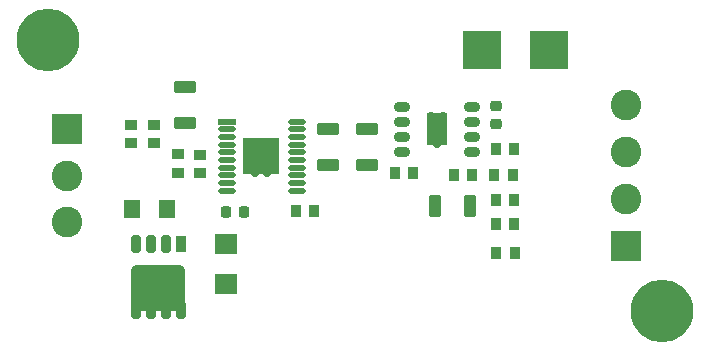
<source format=gts>
G04*
G04 #@! TF.GenerationSoftware,Altium Limited,Altium Designer,19.1.6 (110)*
G04*
G04 Layer_Color=8388736*
%FSLAX43Y43*%
%MOMM*%
G71*
G01*
G75*
%ADD15R,0.950X1.000*%
%ADD16R,1.000X0.950*%
G04:AMPARAMS|DCode=17|XSize=1.9mm|YSize=1.1mm|CornerRadius=0.3mm|HoleSize=0mm|Usage=FLASHONLY|Rotation=0.000|XOffset=0mm|YOffset=0mm|HoleType=Round|Shape=RoundedRectangle|*
%AMROUNDEDRECTD17*
21,1,1.900,0.500,0,0,0.0*
21,1,1.300,1.100,0,0,0.0*
1,1,0.600,0.650,-0.250*
1,1,0.600,-0.650,-0.250*
1,1,0.600,-0.650,0.250*
1,1,0.600,0.650,0.250*
%
%ADD17ROUNDEDRECTD17*%
G04:AMPARAMS|DCode=18|XSize=1mm|YSize=0.9mm|CornerRadius=0.25mm|HoleSize=0mm|Usage=FLASHONLY|Rotation=270.000|XOffset=0mm|YOffset=0mm|HoleType=Round|Shape=RoundedRectangle|*
%AMROUNDEDRECTD18*
21,1,1.000,0.400,0,0,270.0*
21,1,0.500,0.900,0,0,270.0*
1,1,0.500,-0.200,-0.250*
1,1,0.500,-0.200,0.250*
1,1,0.500,0.200,0.250*
1,1,0.500,0.200,-0.250*
%
%ADD18ROUNDEDRECTD18*%
%ADD19R,1.500X0.500*%
%ADD20O,1.500X0.500*%
%ADD21R,3.060X3.060*%
%ADD22R,1.900X1.800*%
G04:AMPARAMS|DCode=23|XSize=1.9mm|YSize=1.1mm|CornerRadius=0.3mm|HoleSize=0mm|Usage=FLASHONLY|Rotation=90.000|XOffset=0mm|YOffset=0mm|HoleType=Round|Shape=RoundedRectangle|*
%AMROUNDEDRECTD23*
21,1,1.900,0.500,0,0,90.0*
21,1,1.300,1.100,0,0,90.0*
1,1,0.600,0.250,0.650*
1,1,0.600,0.250,-0.650*
1,1,0.600,-0.250,-0.650*
1,1,0.600,-0.250,0.650*
%
%ADD23ROUNDEDRECTD23*%
%ADD24R,0.900X1.050*%
%ADD25R,1.400X1.500*%
G04:AMPARAMS|DCode=26|XSize=4.62mm|YSize=3.95mm|CornerRadius=0.531mm|HoleSize=0mm|Usage=FLASHONLY|Rotation=0.000|XOffset=0mm|YOffset=0mm|HoleType=Round|Shape=RoundedRectangle|*
%AMROUNDEDRECTD26*
21,1,4.620,2.888,0,0,0.0*
21,1,3.558,3.950,0,0,0.0*
1,1,1.063,1.779,-1.444*
1,1,1.063,-1.779,-1.444*
1,1,1.063,-1.779,1.444*
1,1,1.063,1.779,1.444*
%
%ADD26ROUNDEDRECTD26*%
G04:AMPARAMS|DCode=27|XSize=0.81mm|YSize=1.472mm|CornerRadius=0.139mm|HoleSize=0mm|Usage=FLASHONLY|Rotation=0.000|XOffset=0mm|YOffset=0mm|HoleType=Round|Shape=RoundedRectangle|*
%AMROUNDEDRECTD27*
21,1,0.810,1.195,0,0,0.0*
21,1,0.532,1.472,0,0,0.0*
1,1,0.278,0.266,-0.597*
1,1,0.278,-0.266,-0.597*
1,1,0.278,-0.266,0.597*
1,1,0.278,0.266,0.597*
%
%ADD27ROUNDEDRECTD27*%
%ADD28R,0.810X1.472*%
%ADD29R,3.300X3.250*%
G04:AMPARAMS|DCode=30|XSize=1mm|YSize=0.9mm|CornerRadius=0.25mm|HoleSize=0mm|Usage=FLASHONLY|Rotation=180.000|XOffset=0mm|YOffset=0mm|HoleType=Round|Shape=RoundedRectangle|*
%AMROUNDEDRECTD30*
21,1,1.000,0.400,0,0,180.0*
21,1,0.500,0.900,0,0,180.0*
1,1,0.500,-0.250,0.200*
1,1,0.500,0.250,0.200*
1,1,0.500,0.250,-0.200*
1,1,0.500,-0.250,-0.200*
%
%ADD30ROUNDEDRECTD30*%
%ADD31O,1.400X0.900*%
%ADD32R,1.750X2.750*%
%ADD33C,2.600*%
%ADD34R,2.600X2.600*%
%ADD35C,5.300*%
%ADD36C,0.700*%
D15*
X41770Y15049D02*
D03*
X43320D02*
D03*
X24961Y12007D02*
D03*
X26511D02*
D03*
X41885Y12890D02*
D03*
X43435D02*
D03*
X41922Y10934D02*
D03*
X43472D02*
D03*
X33363Y15227D02*
D03*
X34913D02*
D03*
X39891Y15049D02*
D03*
X38341D02*
D03*
X43447Y17208D02*
D03*
X41897D02*
D03*
D16*
X14986Y16790D02*
D03*
Y15240D02*
D03*
X16891Y16777D02*
D03*
Y15227D02*
D03*
X12954Y19317D02*
D03*
Y17767D02*
D03*
X11049Y19304D02*
D03*
Y17754D02*
D03*
D17*
X15621Y19455D02*
D03*
Y22455D02*
D03*
X30988Y18899D02*
D03*
Y15899D02*
D03*
X27686Y18899D02*
D03*
Y15899D02*
D03*
D18*
X19062Y11938D02*
D03*
X20562Y11938D02*
D03*
D19*
X19148Y19562D02*
D03*
D20*
Y18912D02*
D03*
Y18262D02*
D03*
Y17612D02*
D03*
Y16962D02*
D03*
Y16312D02*
D03*
Y15662D02*
D03*
Y15012D02*
D03*
Y14362D02*
D03*
Y13712D02*
D03*
X25048Y19562D02*
D03*
Y18912D02*
D03*
Y18262D02*
D03*
Y17612D02*
D03*
Y16962D02*
D03*
Y16312D02*
D03*
Y15662D02*
D03*
Y15012D02*
D03*
Y14362D02*
D03*
Y13712D02*
D03*
D21*
X22000Y16637D02*
D03*
D22*
X19050Y9193D02*
D03*
Y5793D02*
D03*
D23*
X36726Y12382D02*
D03*
X39726D02*
D03*
D24*
X41872Y8445D02*
D03*
X43522D02*
D03*
D25*
X11123Y12142D02*
D03*
X14023Y12192D02*
D03*
D26*
X13335Y5461D02*
D03*
D27*
X11430Y3641D02*
D03*
X12700D02*
D03*
X13970D02*
D03*
X15240D02*
D03*
X11430Y9181D02*
D03*
X12700D02*
D03*
X13970D02*
D03*
D28*
X15240D02*
D03*
D29*
X40761Y25590D02*
D03*
X46361D02*
D03*
D30*
X41910Y20879D02*
D03*
X41910Y19379D02*
D03*
D31*
X33918Y20828D02*
D03*
Y19558D02*
D03*
Y18288D02*
D03*
Y17018D02*
D03*
X39918Y20828D02*
D03*
Y19558D02*
D03*
Y18288D02*
D03*
Y17018D02*
D03*
D32*
X36918Y18923D02*
D03*
D33*
X5550Y15000D02*
D03*
Y11040D02*
D03*
X52950Y20940D02*
D03*
Y16980D02*
D03*
Y13020D02*
D03*
D34*
X5550Y18960D02*
D03*
X52950Y9060D02*
D03*
D35*
X56000Y3500D02*
D03*
X4000Y26500D02*
D03*
D36*
X22500Y15200D02*
D03*
X36900Y17700D02*
D03*
X36400Y18500D02*
D03*
X37400D02*
D03*
X36887Y19271D02*
D03*
X37400Y20000D02*
D03*
X36400D02*
D03*
X21500Y15200D02*
D03*
X23000Y16100D02*
D03*
X22000D02*
D03*
X21000D02*
D03*
X22500Y16900D02*
D03*
X21500D02*
D03*
X23000Y17800D02*
D03*
X22000D02*
D03*
X21000D02*
D03*
M02*

</source>
